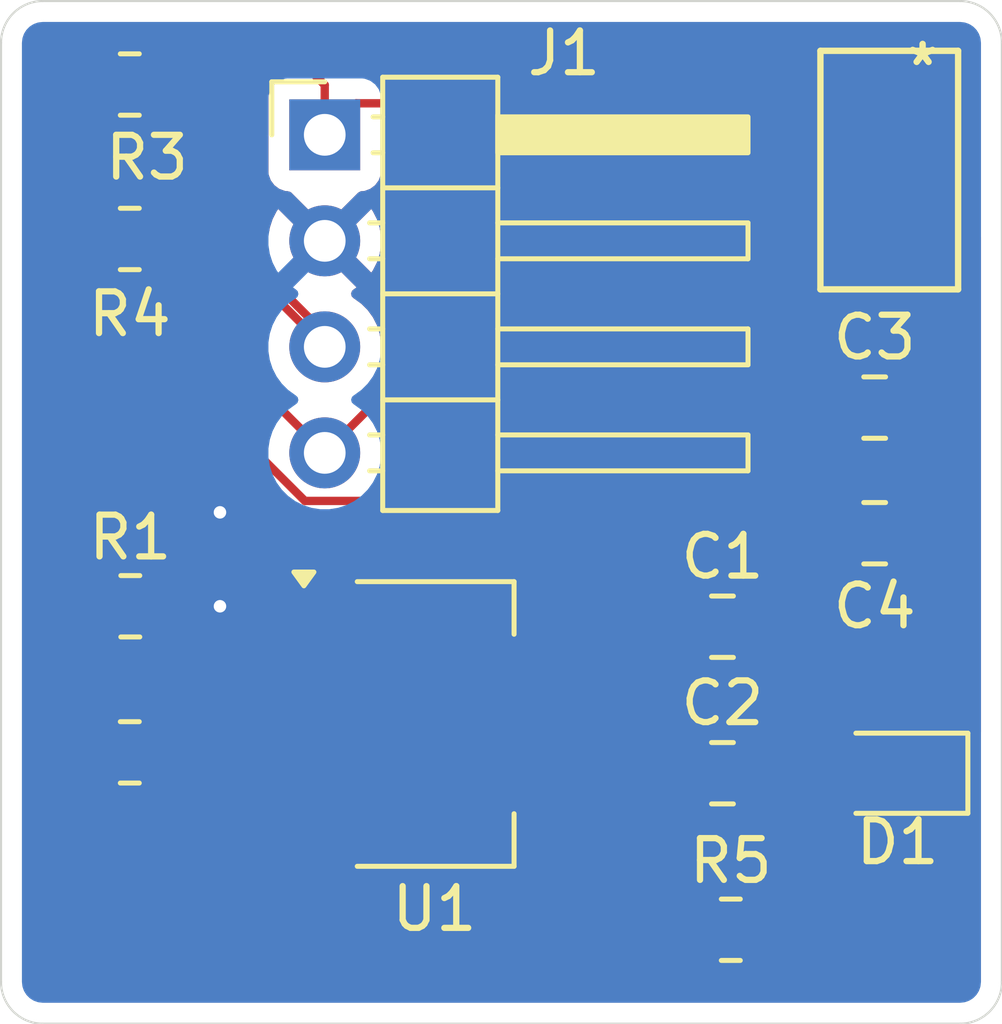
<source format=kicad_pcb>
(kicad_pcb (version 20241229) (generator "pcbnew") (generator_version "9.0")
  (layers (0 "F.Cu" signal) (2 "B.Cu" signal) (13 "F.Paste" user) (15 "B.Paste" user) (5 "F.SilkS" user "F.Silkscreen") (7 "B.SilkS" user "B.Silkscreen") (1 "F.Mask" user) (3 "B.Mask" user) (25 "Edge.Cuts" user))
  (net 0 "")
  (net 1 "+3V3")
  (net 2 "+12V")
  (net 3 "Net-(U1-ADJ)")
  (net 4 "GND")
  (net 5 "/SDA")
  (net 6 "/SCL")
  (net 9 "Net-(D1-K)")
  (footprint "Capacitor_SMD:C_0805_2012Metric" (layer "F.Cu") (at 116.05 75.74)
    (property "Reference" "C1" (at 0 -1.68 0) (layer "F.SilkS"))
    (property "Value" "0.1µF" (hide yes))
    (fp_line (start -0.261252 -0.735) (end 0.261252 -0.735) (stroke (width 0.12)) (layer "F.SilkS"))
    (fp_line (start -0.261252 0.735) (end 0.261252 0.735) (stroke (width 0.12)) (layer "F.SilkS"))
    (pad "1" smd roundrect (at -0.95 0) (size 1 1.45) (layers "F.Cu" "F.Mask" "F.Paste") (net 2 "+12V"))
    (pad "2" smd roundrect (at 0.95 0) (size 1 1.45) (layers "F.Cu" "F.Mask" "F.Paste") (net 4 "GND"))
  )
  (footprint "Capacitor_SMD:C_0805_2012Metric" (layer "F.Cu") (at 119.7 73.5)
    (property "Reference" "C4" (at 0 1.75 0) (layer "F.SilkS"))
    (property "Value" "0.1µF" (hide yes))
    (fp_line (start -0.261252 -0.735) (end 0.261252 -0.735) (stroke (width 0.12)) (layer "F.SilkS"))
    (fp_line (start -0.261252 0.735) (end 0.261252 0.735) (stroke (width 0.12)) (layer "F.SilkS"))
    (pad "1" smd roundrect (at -0.95 0) (size 1 1.45) (layers "F.Cu" "F.Mask" "F.Paste") (net 1 "+3V3"))
    (pad "2" smd roundrect (at 0.95 0) (size 1 1.45) (layers "F.Cu" "F.Mask" "F.Paste") (net 4 "GND"))
  )
  (footprint "Resistor_SMD:R_0805_2012Metric" (layer "F.Cu") (at 101.8375 78.75)
    (property "Reference" "R2" (hide yes))
    (property "Value" "390Ω" (hide yes))
    (fp_line (start -0.227064 -0.735) (end 0.227064 -0.735) (stroke (width 0.12)) (layer "F.SilkS"))
    (fp_line (start -0.227064 0.735) (end 0.227064 0.735) (stroke (width 0.12)) (layer "F.SilkS"))
    (pad "1" smd roundrect (at -0.9125 0) (size 1.025 1.4) (layers "F.Cu" "F.Mask" "F.Paste") (roundrect_rratio 0.243902) (net 1 "+3V3"))
    (pad "2" smd roundrect (at 0.9125 0) (size 1.025 1.4) (layers "F.Cu" "F.Mask" "F.Paste") (roundrect_rratio 0.243902) (net 3 "Net-(U1-ADJ)"))
  )
  (footprint "Resistor_SMD:R_0805_2012Metric" (layer "F.Cu") (at 116.25 83)
    (property "Reference" "R5" (at 0 -1.65 0) (layer "F.SilkS"))
    (property "Value" "150Ω" (hide yes))
    (fp_line (start -0.227064 -0.735) (end 0.227064 -0.735) (stroke (width 0.12)) (layer "F.SilkS"))
    (fp_line (start -0.227064 0.735) (end 0.227064 0.735) (stroke (width 0.12)) (layer "F.SilkS"))
    (pad "1" smd roundrect (at -0.9125 0) (size 1.025 1.4) (layers "F.Cu" "F.Mask" "F.Paste") (roundrect_rratio 0.243902) (net 1 "+3V3"))
    (pad "2" smd roundrect (at 0.9125 0) (size 1.025 1.4) (layers "F.Cu" "F.Mask" "F.Paste") (roundrect_rratio 0.243902) (net 9 "Net-(D1-K)"))
  )
  (footprint "LED_SMD:LED_0805_2012Metric" (layer "F.Cu") (at 120.25 79.25 180)
    (property "Reference" "D1" (at 0 -1.65 0) (layer "F.SilkS"))
    (property "Value" "LED" (hide yes))
    (fp_line (start 1 -0.96) (end -1.685 -0.96) (stroke (width 0.12)) (layer "F.SilkS"))
    (fp_line (start -1.685 0.96) (end 1 0.96) (stroke (width 0.12)) (layer "F.SilkS"))
    (fp_line (start -1.685 -0.96) (end -1.685 0.96) (stroke (width 0.12)) (layer "F.SilkS"))
    (pad "1" smd roundrect (at -0.9375 0 180) (size 0.975 1.4) (layers "F.Cu" "F.Mask" "F.Paste") (net 9 "Net-(D1-K)"))
    (pad "2" smd roundrect (at 0.9375 0 180) (size 0.975 1.4) (layers "F.Cu" "F.Mask" "F.Paste") (net 4 "GND"))
  )
  (footprint "Capacitor_SMD:C_0805_2012Metric" (layer "F.Cu") (at 116.05 79.25)
    (property "Reference" "C2" (at 0 -1.68 0) (layer "F.SilkS"))
    (property "Value" "10µF" (hide yes))
    (fp_line (start -0.261252 -0.735) (end 0.261252 -0.735) (stroke (width 0.12)) (layer "F.SilkS"))
    (fp_line (start -0.261252 0.735) (end 0.261252 0.735) (stroke (width 0.12)) (layer "F.SilkS"))
    (pad "1" smd roundrect (at -0.95 0) (size 1 1.45) (layers "F.Cu" "F.Mask" "F.Paste") (net 1 "+3V3"))
    (pad "2" smd roundrect (at 0.95 0) (size 1 1.45) (layers "F.Cu" "F.Mask" "F.Paste") (net 4 "GND"))
  )
  (footprint "Capacitor_SMD:C_0805_2012Metric" (layer "F.Cu") (at 119.7 70.49)
    (property "Reference" "C3" (at 0 -1.68 0) (layer "F.SilkS"))
    (property "Value" "4.7µF" (hide yes))
    (fp_line (start -0.261252 -0.735) (end 0.261252 -0.735) (stroke (width 0.12)) (layer "F.SilkS"))
    (fp_line (start -0.261252 0.735) (end 0.261252 0.735) (stroke (width 0.12)) (layer "F.SilkS"))
    (pad "1" smd roundrect (at -0.95 0) (size 1 1.45) (layers "F.Cu" "F.Mask" "F.Paste") (net 1 "+3V3"))
    (pad "2" smd roundrect (at 0.95 0) (size 1 1.45) (layers "F.Cu" "F.Mask" "F.Paste") (net 4 "GND"))
  )
  (footprint "Resistor_SMD:R_0805_2012Metric" (layer "F.Cu") (at 101.85 75.25)
    (property "Reference" "R1" (at 0 -1.65 0) (layer "F.SilkS"))
    (property "Value" "240Ω" (hide yes))
    (fp_line (start -0.227064 -0.735) (end 0.227064 -0.735) (stroke (width 0.12)) (layer "F.SilkS"))
    (fp_line (start -0.227064 0.735) (end 0.227064 0.735) (stroke (width 0.12)) (layer "F.SilkS"))
    (pad "1" smd roundrect (at -0.9125 0) (size 1.025 1.4) (layers "F.Cu" "F.Mask" "F.Paste") (roundrect_rratio 0.243902) (net 3 "Net-(U1-ADJ)"))
    (pad "2" smd roundrect (at 0.9125 0) (size 1.025 1.4) (layers "F.Cu" "F.Mask" "F.Paste") (roundrect_rratio 0.243902) (net 4 "GND"))
  )
  (footprint "Resistor_SMD:R_0805_2012Metric" (layer "F.Cu") (at 101.8375 66.45 180)
    (property "Reference" "R4" (at 0 -1.8 0) (layer "F.SilkS"))
    (property "Value" "4.7kΩ" (hide yes))
    (fp_line (start -0.227064 0.735) (end 0.227064 0.735) (stroke (width 0.12)) (layer "F.SilkS"))
    (fp_line (start -0.227064 -0.735) (end 0.227064 -0.735) (stroke (width 0.12)) (layer "F.SilkS"))
    (pad "1" smd roundrect (at -0.9125 0 180) (size 1.025 1.4) (layers "F.Cu" "F.Mask" "F.Paste") (roundrect_rratio 0.243902) (net 6 "/SCL"))
    (pad "2" smd roundrect (at 0.9125 0 180) (size 1.025 1.4) (layers "F.Cu" "F.Mask" "F.Paste") (roundrect_rratio 0.243902) (net 1 "+3V3"))
  )
  (footprint "Connector_PinHeader_2.54mm:PinHeader_1x04_P2.54mm_Horizontal" (layer "F.Cu") (at 106.5125 63.955)
    (property "Reference" "J1" (at 5.7375 -1.955 0) (layer "F.SilkS"))
    (property "Value" "Conn_01x04_Pin" (hide yes))
    (fp_line (start -1.27 -1.27) (end 0 -1.27) (stroke (width 0.12)) (layer "F.SilkS"))
    (fp_line (start -1.27 0) (end -1.27 -1.27) (stroke (width 0.12)) (layer "F.SilkS"))
    (fp_line (start 1.077358 2.11) (end 1.39 2.11) (stroke (width 0.12)) (layer "F.SilkS"))
    (fp_line (start 1.077358 2.97) (end 1.39 2.97) (stroke (width 0.12)) (layer "F.SilkS"))
    (fp_line (start 1.077358 4.65) (end 1.39 4.65) (stroke (width 0.12)) (layer "F.SilkS"))
    (fp_line (start 1.077358 5.51) (end 1.39 5.51) (stroke (width 0.12)) (layer "F.SilkS"))
    (fp_line (start 1.077358 7.19) (end 1.39 7.19) (stroke (width 0.12)) (layer "F.SilkS"))
    (fp_line (start 1.077358 8.05) (end 1.39 8.05) (stroke (width 0.12)) (layer "F.SilkS"))
    (fp_line (start 1.16 -0.43) (end 1.39 -0.43) (stroke (width 0.12)) (layer "F.SilkS"))
    (fp_line (start 1.16 0.43) (end 1.39 0.43) (stroke (width 0.12)) (layer "F.SilkS"))
    (fp_line (start 1.39 -1.38) (end 1.39 9) (stroke (width 0.12)) (layer "F.SilkS"))
    (fp_line (start 1.39 1.27) (end 4.15 1.27) (stroke (width 0.12)) (layer "F.SilkS"))
    (fp_line (start 1.39 3.81) (end 4.15 3.81) (stroke (width 0.12)) (layer "F.SilkS"))
    (fp_line (start 1.39 6.35) (end 4.15 6.35) (stroke (width 0.12)) (layer "F.SilkS"))
    (fp_line (start 1.39 9) (end 4.15 9) (stroke (width 0.12)) (layer "F.SilkS"))
    (fp_line (start 4.15 -1.38) (end 1.39 -1.38) (stroke (width 0.12)) (layer "F.SilkS"))
    (fp_line (start 4.15 2.11) (end 10.15 2.11) (stroke (width 0.12)) (layer "F.SilkS"))
    (fp_line (start 4.15 4.65) (end 10.15 4.65) (stroke (width 0.12)) (layer "F.SilkS"))
    (fp_line (start 4.15 7.19) (end 10.15 7.19) (stroke (width 0.12)) (layer "F.SilkS"))
    (fp_line (start 4.15 9) (end 4.15 -1.38) (stroke (width 0.12)) (layer "F.SilkS"))
    (fp_line (start 10.15 2.11) (end 10.15 2.97) (stroke (width 0.12)) (layer "F.SilkS"))
    (fp_line (start 10.15 2.97) (end 4.15 2.97) (stroke (width 0.12)) (layer "F.SilkS"))
    (fp_line (start 10.15 4.65) (end 10.15 5.51) (stroke (width 0.12)) (layer "F.SilkS"))
    (fp_line (start 10.15 5.51) (end 4.15 5.51) (stroke (width 0.12)) (layer "F.SilkS"))
    (fp_line (start 10.15 7.19) (end 10.15 8.05) (stroke (width 0.12)) (layer "F.SilkS"))
    (fp_line (start 10.15 8.05) (end 4.15 8.05) (stroke (width 0.12)) (layer "F.SilkS"))
    (fp_rect (start 4.15 -0.43) (end 10.15 0.43) (stroke (width 0.12)) (fill yes) (layer "F.SilkS"))
    (pad "1" thru_hole rect (at 0 0) (size 1.7 1.7) (drill 1) (layers "*.Cu" "*.Mask") (net 1 "+3V3"))
    (pad "2" thru_hole circle (at 0 2.54) (size 1.7 1.7) (drill 1) (layers "*.Cu" "*.Mask") (net 4 "GND"))
    (pad "3" thru_hole circle (at 0 5.08) (size 1.7 1.7) (drill 1) (layers "*.Cu" "*.Mask") (net 5 "/SDA"))
    (pad "4" thru_hole circle (at 0 7.62) (size 1.7 1.7) (drill 1) (layers "*.Cu" "*.Mask") (net 6 "/SCL"))
  )
  (footprint "Resistor_SMD:R_0805_2012Metric" (layer "F.Cu") (at 101.8375 62.75 180)
    (property "Reference" "R3" (hide yes))
    (property "Value" "4.7kΩ" (hide yes))
    (fp_line (start -0.227064 0.735) (end 0.227064 0.735) (stroke (width 0.12)) (layer "F.SilkS"))
    (fp_line (start -0.227064 -0.735) (end 0.227064 -0.735) (stroke (width 0.12)) (layer "F.SilkS"))
    (pad "1" smd roundrect (at -0.9125 0 180) (size 1.025 1.4) (layers "F.Cu" "F.Mask" "F.Paste") (roundrect_rratio 0.243902) (net 5 "/SDA"))
    (pad "2" smd roundrect (at 0.9125 0 180) (size 1.025 1.4) (layers "F.Cu" "F.Mask" "F.Paste") (roundrect_rratio 0.243902) (net 1 "+3V3"))
  )
  (footprint "ul_VL53L4CDV0DH-1:LGA12_STM" (layer "F.Cu") (at 120.049973 64.800001)
    (property "Reference" "U3" (hide yes))
    (property "Value" "VL53L4CDV0DH/1" (hide yes))
    (fp_line (start -1.651 -2.8575) (end -1.651 2.8575) (stroke (width 0.1524)) (layer "F.SilkS"))
    (fp_line (start -1.651 2.8575) (end 1.651 2.8575) (stroke (width 0.1524)) (layer "F.SilkS"))
    (fp_line (start 1.651 -2.8575) (end -1.651 -2.8575) (stroke (width 0.1524)) (layer "F.SilkS"))
    (fp_line (start 1.651 2.8575) (end 1.651 -2.8575) (stroke (width 0.1524)) (layer "F.SilkS"))
    (fp_text user "*" (at 0.799973 -2.4765 0) (layer "F.SilkS"))
    (fp_text user "*" (at 0.799973 -2.4765 0) (layer "F.SilkS"))
    (pad "1" smd rect (at 0.799973 -1.599999 90) (size 0.508 0.508) (layers "F.Cu" "F.Mask" "F.Paste") (net 1 "+3V3"))
    (pad "2" smd rect (at 0.799973 -0.800001 90) (size 0.508 0.508) (layers "F.Cu" "F.Mask" "F.Paste") (net 4 "GND"))
    (pad "3" smd rect (at 0.799973 0 90) (size 0.508 0.508) (layers "F.Cu" "F.Mask" "F.Paste") (net 4 "GND"))
    (pad "4" smd rect (at 0.799973 0.800001 90) (size 0.508 0.508) (layers "F.Cu" "F.Mask" "F.Paste") (net 4 "GND"))
    (pad "5" smd rect (at 0.799973 1.599999 90) (size 0.508 0.508) (layers "F.Cu" "F.Mask" "F.Paste") (net 1 "+3V3"))
    (pad "6" smd rect (at 0 1.599946) (size 0.508 0.508) (layers "F.Cu" "F.Mask" "F.Paste") (net 4 "GND"))
    (pad "7" smd rect (at -0.799973 1.599999 90) (size 0.508 0.508) (layers "F.Cu" "F.Mask" "F.Paste"))
    (pad "8" smd rect (at -0.799973 0.800001 90) (size 0.508 0.508) (layers "F.Cu" "F.Mask" "F.Paste"))
    (pad "9" smd rect (at -0.799973 0 90) (size 0.508 0.508) (layers "F.Cu" "F.Mask" "F.Paste") (net 5 "/SDA"))
    (pad "10" smd rect (at -0.799973 -0.800001 90) (size 0.508 0.508) (layers "F.Cu" "F.Mask" "F.Paste") (net 6 "/SCL"))
    (pad "11" smd rect (at -0.799973 -1.599999 90) (size 0.508 0.508) (layers "F.Cu" "F.Mask" "F.Paste") (net 1 "+3V3"))
    (pad "12" smd rect (at 0 -1.599946) (size 0.508 0.508) (layers "F.Cu" "F.Mask" "F.Paste") (net 4 "GND"))
  )
  (footprint "Package_TO_SOT_SMD:SOT-223-3_TabPin2" (layer "F.Cu") (at 109.1425 78.07)
    (property "Reference" "U1" (at 0 4.43 0) (layer "F.SilkS"))
    (property "Value" "LM317_SOT-223" (hide yes))
    (fp_line (start -1.85 -3.41) (end 1.91 -3.41) (stroke (width 0.12)) (layer "F.SilkS"))
    (fp_line (start -1.85 3.41) (end 1.91 3.41) (stroke (width 0.12)) (layer "F.SilkS"))
    (fp_line (start 1.91 -3.41) (end 1.91 -2.15) (stroke (width 0.12)) (layer "F.SilkS"))
    (fp_line (start 1.91 3.41) (end 1.91 2.15) (stroke (width 0.12)) (layer "F.SilkS"))
    (fp_poly (pts (xy -3.13 -3.31) (xy -3.37 -3.64) (xy -2.89 -3.64) (xy -3.13 -3.31)) (stroke (width 0.12)) (fill yes) (layer "F.SilkS"))
    (pad "1" smd roundrect (at -3.15 -2.3) (size 2 1.5) (layers "F.Cu" "F.Mask" "F.Paste") (net 3 "Net-(U1-ADJ)"))
    (pad "2" smd roundrect (at -3.15 0) (size 2 1.5) (layers "F.Cu" "F.Mask" "F.Paste") (net 1 "+3V3"))
    (pad "2" smd roundrect (at 3.15 0) (size 2 3.8) (layers "F.Cu" "F.Mask" "F.Paste") (net 1 "+3V3"))
    (pad "3" smd roundrect (at -3.15 2.3) (size 2 1.5) (layers "F.Cu" "F.Mask" "F.Paste") (net 2 "+12V"))
  )
  (gr_line (start 122.75 61.75) (end 122.75 84.25) (stroke (width 0.05)) (layer "Edge.Cuts"))
  (gr_line (start 99.75 60.75) (end 121.75 60.75) (stroke (width 0.05)) (layer "Edge.Cuts"))
  (gr_arc (start 99.75 85.25) (mid 99.042893 84.957107) (end 98.75 84.25) (stroke (width 0.05)) (layer "Edge.Cuts"))
  (gr_arc (start 122.75 84.25) (mid 122.457107 84.957107) (end 121.75 85.25) (stroke (width 0.05)) (layer "Edge.Cuts"))
  (gr_line (start 98.75 84.25) (end 98.75 61.75) (stroke (width 0.05)) (layer "Edge.Cuts"))
  (gr_line (start 121.75 85.25) (end 99.75 85.25) (stroke (width 0.05)) (layer "Edge.Cuts"))
  (gr_arc (start 121.75 60.75) (mid 122.457107 61.042893) (end 122.75 61.75) (stroke (width 0.05)) (layer "Edge.Cuts"))
  (gr_arc (start 98.75 61.75) (mid 99.042893 61.042893) (end 99.75 60.75) (stroke (width 0.05)) (layer "Edge.Cuts"))
  (gr_text "R3" (at 102.25 64.5 0) (layer "F.SilkS") (effects (font (size 1 1))))
  (segment (start 119.04 70.5) (end 119 70.5) (width 0.2) (layer "F.Cu") (net 1))
  (segment (start 118.75 70.49) (end 118.75 73.5) (width 0.2) (layer "F.Cu") (net 1))
  (segment (start 121.404946 66.299) (end 121.303946 66.4) (width 0.2) (layer "F.Cu") (net 1))
  (segment (start 100.925 66.45) (end 100.925 63.5) (width 0.2) (layer "F.Cu") (net 1))
  (segment (start 107.267498 63.200002) (end 119.25 63.200002) (width 0.2) (layer "F.Cu") (net 1))
  (segment (start 100 67.375) (end 100.925 66.45) (width 0.2) (layer "F.Cu") (net 1))
  (segment (start 112.2925 76.17) (end 113.7485 74.714) (width 0.2) (layer "F.Cu") (net 1))
  (segment (start 121.404946 63.445) (end 121.404946 66.299) (width 0.2) (layer "F.Cu") (net 1))
  (segment (start 113.7485 74.714) (end 115.58516 74.714) (width 0.2) (layer "F.Cu") (net 1))
  (segment (start 115.96542 74.96542) (end 117.43084 73.5) (width 0.2) (layer "F.Cu") (net 1))
  (segment (start 101.926 79.751) (end 100.925 78.75) (width 0.2) (layer "F.Cu") (net 1))
  (segment (start 119.494973 62.645055) (end 120.594947 62.645055) (width 0.2) (layer "F.Cu") (net 1))
  (segment (start 115.1 79.25) (end 115.1 82.7625) (width 0.2) (layer "F.Cu") (net 1))
  (segment (start 120.594947 62.645055) (end 120.849946 62.900054) (width 0.2) (layer "F.Cu") (net 1))
  (segment (start 106.5125 62.7615) (end 106.5125 63.955) (width 0.2) (layer "F.Cu") (net 1))
  (segment (start 119.25 62.890028) (end 119.494973 62.645055) (width 0.2) (layer "F.Cu") (net 1))
  (segment (start 115.901 75.02984) (end 115.96542 74.96542) (width 0.2) (layer "F.Cu") (net 1))
  (segment (start 104.3115 79.751) (end 101.926 79.751) (width 0.2) (layer "F.Cu") (net 1))
  (segment (start 115.96542 78.38458) (end 115.96542 74.96542) (width 0.2) (layer "F.Cu") (net 1))
  (segment (start 120.849946 62.900054) (end 120.849946 63.200002) (width 0.2) (layer "F.Cu") (net 1))
  (segment (start 121.159948 63.200002) (end 121.404946 63.445) (width 0.2) (layer "F.Cu") (net 1))
  (segment (start 105.9925 78.07) (end 112.2925 78.07) (width 0.2) (layer "F.Cu") (net 1))
  (segment (start 112.2925 78.07) (end 112.2925 76.17) (width 0.2) (layer "F.Cu") (net 1))
  (segment (start 118.75 70.79) (end 119.04 70.5) (width 0.2) (layer "F.Cu") (net 1))
  (segment (start 115.58516 74.714) (end 115.901 75.02984) (width 0.2) (layer "F.Cu") (net 1))
  (segment (start 100.925 62.75) (end 101.926 61.749) (width 0.2) (layer "F.Cu") (net 1))
  (segment (start 100 77.825) (end 100 67.375) (width 0.2) (layer "F.Cu") (net 1))
  (segment (start 105.9925 78.07) (end 104.3115 79.751) (width 0.2) (layer "F.Cu") (net 1))
  (segment (start 115.1 82.7625) (end 115.3375 83) (width 0.2) (layer "F.Cu") (net 1))
  (segment (start 106.5125 63.955) (end 107.267498 63.200002) (width 0.2) (layer "F.Cu") (net 1))
  (segment (start 115.1 79.25) (end 115.96542 78.38458) (width 0.2) (layer "F.Cu") (net 1))
  (segment (start 100.925 78.75) (end 100 77.825) (width 0.2) (layer "F.Cu") (net 1))
  (segment (start 121.303946 66.4) (end 120.849946 66.4) (width 0.2) (layer "F.Cu") (net 1))
  (segment (start 120.849946 63.200002) (end 121.159948 63.200002) (width 0.2) (layer "F.Cu") (net 1))
  (segment (start 105.5 61.749) (end 106.5125 62.7615) (width 0.2) (layer "F.Cu") (net 1))
  (segment (start 119.25 63.200002) (end 119.25 62.890028) (width 0.2) (layer "F.Cu") (net 1))
  (segment (start 117.43084 73.5) (end 118.75 73.5) (width 0.2) (layer "F.Cu") (net 1))
  (segment (start 101.926 61.749) (end 105.5 61.749) (width 0.2) (layer "F.Cu") (net 1))
  (segment (start 105.9925 80.37) (end 113.032558 80.37) (width 0.2) (layer "F.Cu") (net 2))
  (segment (start 114.299 79.103558) (end 114.299 76.541) (width 0.2) (layer "F.Cu") (net 2))
  (segment (start 115.1 75.74) (end 114.299 76.541) (width 0.2) (layer "F.Cu") (net 2))
  (segment (start 113.032558 80.37) (end 114.299 79.103558) (width 0.2) (layer "F.Cu") (net 2))
  (segment (start 104.4715 74.249) (end 105.9925 75.77) (width 0.2) (layer "F.Cu") (net 3))
  (segment (start 101.9385 74.249) (end 104.4715 74.249) (width 0.2) (layer "F.Cu") (net 3))
  (segment (start 102.75 77.0625) (end 100.9375 75.25) (width 0.2) (layer "F.Cu") (net 3))
  (segment (start 100.9375 75.25) (end 101.9385 74.249) (width 0.2) (layer "F.Cu") (net 3))
  (segment (start 102.75 78.75) (end 102.75 77.0625) (width 0.2) (layer "F.Cu") (net 3))
  (segment (start 120.649998 65.600002) (end 120 66.25) (width 0.2) (layer "F.Cu") (net 4))
  (segment (start 120 66.25) (end 120 67.75) (width 0.2) (layer "F.Cu") (net 4))
  (segment (start 120.849946 65.600002) (end 120.649998 65.600002) (width 0.2) (layer "F.Cu") (net 4))
  (segment (start 120.395946 64) (end 120.049973 63.654027) (width 0.2) (layer "F.Cu") (net 4))
  (segment (start 102.7625 75.25) (end 104 75.25) (width 0.2) (layer "F.Cu") (net 4))
  (segment (start 120.849946 64) (end 120.849946 65.600002) (width 0.2) (layer "F.Cu") (net 4))
  (segment (start 120.049973 63.654027) (end 120.049973 63.200055) (width 0.2) (layer "F.Cu") (net 4))
  (segment (start 120.849946 64) (end 120.395946 64) (width 0.2) (layer "F.Cu") (net 4))
  (via (at 104 73) (size 0.6) (drill 0.3) (layers "F.Cu" "B.Cu") (net 4))
  (via (at 104 75.25) (size 0.6) (drill 0.3) (layers "F.Cu" "B.Cu") (net 4))
  (segment (start 104 75.25) (end 104 73) (width 0.2) (layer "B.Cu") (net 4))
  (segment (start 102.25234 65.449) (end 101.9365 65.76484) (width 0.2) (layer "F.Cu") (net 5))
  (segment (start 102.75 63.5) (end 103.5635 64.3135) (width 0.2) (layer "F.Cu") (net 5))
  (segment (start 106.03574 72.726) (end 110.870001 72.726) (width 0.2) (layer "F.Cu") (net 5))
  (segment (start 110.870001 72.726) (end 118.796 64.800001) (width 0.2) (layer "F.Cu") (net 5))
  (segment (start 106.5125 68.71384) (end 103.24766 65.449) (width 0.2) (layer "F.Cu") (net 5))
  (segment (start 118.796 64.800001) (end 119.25 64.800001) (width 0.2) (layer "F.Cu") (net 5))
  (segment (start 101.9365 65.76484) (end 101.9365 68.62676) (width 0.2) (layer "F.Cu") (net 5))
  (segment (start 101.9365 68.62676) (end 106.03574 72.726) (width 0.2) (layer "F.Cu") (net 5))
  (segment (start 103.5635 66.086) (end 106.5125 69.035) (width 0.2) (layer "F.Cu") (net 5))
  (segment (start 103.5635 64.3135) (end 103.5635 66.086) (width 0.2) (layer "F.Cu") (net 5))
  (segment (start 106.5125 69.035) (end 106.5125 68.71384) (width 0.2) (layer "F.Cu") (net 5))
  (segment (start 102.75 62.75) (end 102.75 63.5) (width 0.2) (layer "F.Cu") (net 5))
  (segment (start 103.24766 65.449) (end 102.25234 65.449) (width 0.2) (layer "F.Cu") (net 5))
  (segment (start 102.75 66.45) (end 102.75 67.8125) (width 0.2) (layer "F.Cu") (net 6))
  (segment (start 106.5125 71.575) (end 114.0875 64) (width 0.2) (layer "F.Cu") (net 6))
  (segment (start 114.0875 64) (end 119.25 64) (width 0.2) (layer "F.Cu") (net 6))
  (segment (start 102.75 67.8125) (end 106.5125 71.575) (width 0.2) (layer "F.Cu") (net 6))
  (segment (start 121.1875 79.25) (end 117.4375 83) (width 0.2) (layer "F.Cu") (net 9))
  (segment (start 117.4375 83) (end 117.1625 83) (width 0.2) (layer "F.Cu") (net 9))
  (zone (net 4) (net_name "GND") (layer "F.Cu") (connect_pads (clearance 0.5)) (min_thickness 0.25) (fill yes (thermal_gap 0.5) (thermal_bridge_width 0.5) (smoothing fillet))
    (polygon (pts (xy 98.75 60.75) (xy 122.75 60.75) (xy 122.75 85.25) (xy 98.75 85.25)))
  )
  (zone (net 4) (net_name "GND") (layer "B.Cu") (priority 1) (connect_pads (clearance 0.5)) (min_thickness 0.25) (fill yes (thermal_gap 0.5) (thermal_bridge_width 0.5) (smoothing fillet))
    (polygon (pts (xy 98.75 60.75) (xy 122.75 60.75) (xy 122.75 85.25) (xy 98.75 85.25)))
  )
)
</source>
